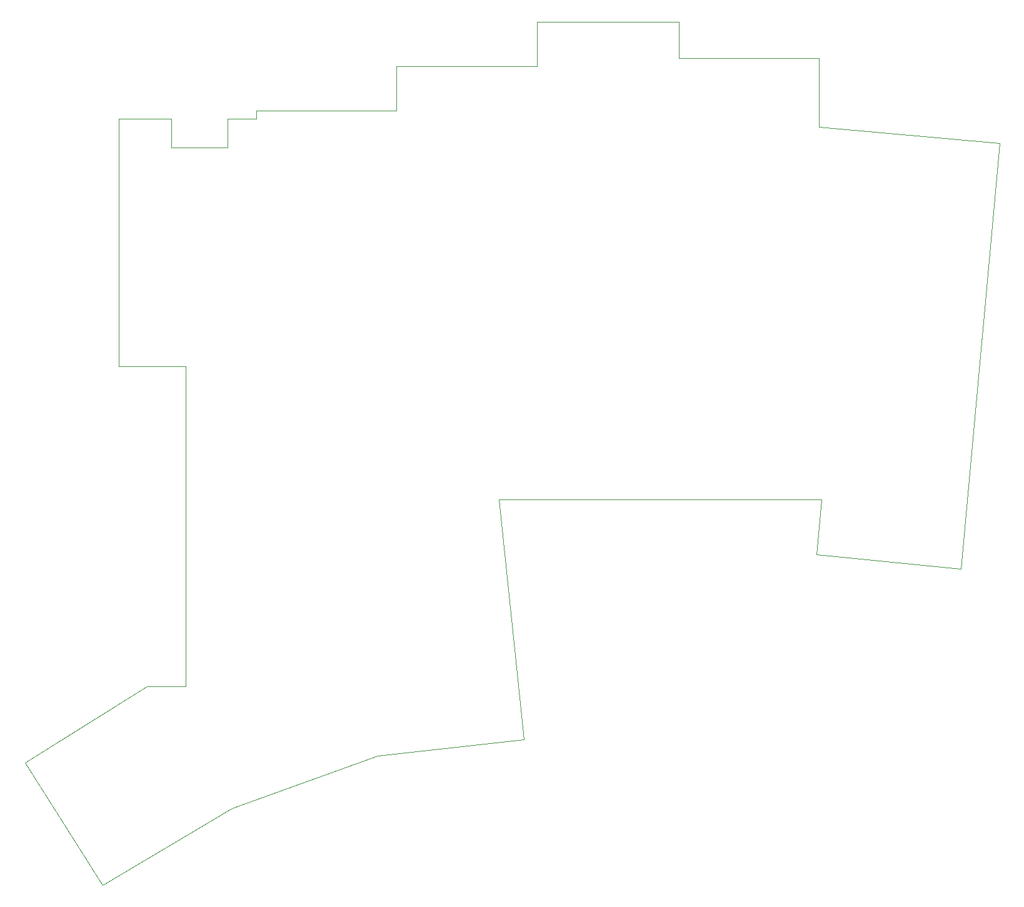
<source format=gbr>
%TF.GenerationSoftware,KiCad,Pcbnew,7.0.7*%
%TF.CreationDate,2023-09-27T07:48:00-06:00*%
%TF.ProjectId,keyboard - right,6b657962-6f61-4726-9420-2d2072696768,rev?*%
%TF.SameCoordinates,Original*%
%TF.FileFunction,Profile,NP*%
%FSLAX46Y46*%
G04 Gerber Fmt 4.6, Leading zero omitted, Abs format (unit mm)*
G04 Created by KiCad (PCBNEW 7.0.7) date 2023-09-27 07:48:00*
%MOMM*%
%LPD*%
G01*
G04 APERTURE LIST*
%TA.AperFunction,Profile*%
%ADD10C,0.100000*%
%TD*%
G04 APERTURE END LIST*
D10*
X241075976Y-46900000D02*
X260075976Y-46900000D01*
X260075976Y-56200000D01*
X284475976Y-58400000D01*
X279275976Y-116100000D01*
X259675976Y-114100000D01*
X260375976Y-106700000D01*
X216675976Y-106700000D01*
X220075976Y-139200000D01*
X200275976Y-141400000D01*
X180575976Y-148500000D01*
X162975976Y-158900000D01*
X152475976Y-142300000D01*
X169025976Y-132000000D01*
X174275976Y-132000000D01*
X174275976Y-88600000D01*
X165175976Y-88600000D01*
X165225976Y-55100000D01*
X172325976Y-55100000D01*
X172325976Y-59000000D01*
X179975976Y-59000000D01*
X179975976Y-55100000D01*
X183825976Y-55100000D01*
X183825976Y-54000000D01*
X202825976Y-54000000D01*
X202825976Y-48000000D01*
X221825976Y-48000000D01*
X221825976Y-41950000D01*
X241075976Y-41950000D01*
X241075976Y-46900000D01*
M02*

</source>
